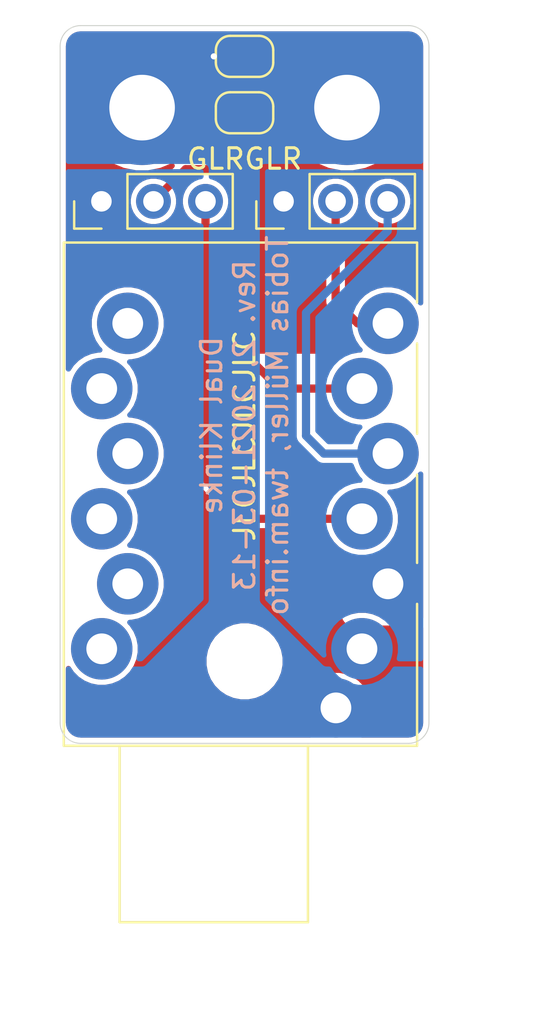
<source format=kicad_pcb>
(kicad_pcb (version 20211014) (generator pcbnew)
  (layers (0 "F.Cu" signal) (31 "B.Cu" signal) (34 "B.Paste" user) (35 "F.Paste" user) (36 "B.SilkS" user "B.Silkscreen") (37 "F.SilkS" user "F.Silkscreen") (38 "B.Mask" user) (39 "F.Mask" user) (44 "Edge.Cuts" user))
  (net 0 "")
  (net 1 "Earth")
  (net 2 "Net-(J1-PadRN2)")
  (net 3 "Net-(J1-PadRN1)")
  (net 4 "Net-(J1-PadSN2)")
  (net 5 "Net-(J1-PadSN1)")
  (net 6 "Net-(J1-PadTN2)")
  (net 7 "Net-(J1-PadTN1)")
  (net 8 "/RIGHT2")
  (net 9 "/RIGHT1")
  (net 10 "/GND2")
  (net 11 "/GND1")
  (net 12 "/LEFT2")
  (net 13 "/LEFT1")
  (footprint "Connector_PinHeader_2.54mm:PinHeader_1x03_P2.54mm_Vertical" (layer "F.Cu") (at 151.905 88.57 90)
    (fp_text reference "J2" hide)
    (fp_text value "Conn_01x03")
    (fp_line (start 1.33 1.27) (end 1.33 6.41) (layer "F.SilkS") (width 0.12))
    (fp_line (start -1.33 0) (end -1.33 -1.33) (layer "F.SilkS") (width 0.12))
    (fp_line (start -1.33 6.41) (end 1.33 6.41) (layer "F.SilkS") (width 0.12))
    (fp_line (start -1.33 -1.33) (end 0 -1.33) (layer "F.SilkS") (width 0.12))
    (fp_line (start -1.33 1.27) (end -1.33 6.41) (layer "F.SilkS") (width 0.12))
    (fp_line (start -1.33 1.27) (end 1.33 1.27) (layer "F.SilkS") (width 0.12))
    (pad "1" thru_hole rect locked (at 0 0 90) (size 1.7 1.7) (drill 1) (layers *.Cu *.Mask) (net 11 "/GND1"))
    (pad "2" thru_hole oval locked (at 0 2.54 90) (size 1.7 1.7) (drill 1) (layers *.Cu *.Mask) (net 13 "/LEFT1"))
    (pad "3" thru_hole oval locked (at 0 5.08 90) (size 1.7 1.7) (drill 1) (layers *.Cu *.Mask) (net 9 "/RIGHT1"))
  )
  (footprint "Connector_PinHeader_2.54mm:PinHeader_1x03_P2.54mm_Vertical" (layer "F.Cu") (at 143.015 88.57 90)
    (fp_text reference "J3" hide)
    (fp_text value "Conn_01x03")
    (fp_line (start 1.33 1.27) (end 1.33 6.41) (layer "F.SilkS") (width 0.12))
    (fp_line (start -1.33 6.41) (end 1.33 6.41) (layer "F.SilkS") (width 0.12))
    (fp_line (start -1.33 0) (end -1.33 -1.33) (layer "F.SilkS") (width 0.12))
    (fp_line (start -1.33 -1.33) (end 0 -1.33) (layer "F.SilkS") (width 0.12))
    (fp_line (start -1.33 1.27) (end 1.33 1.27) (layer "F.SilkS") (width 0.12))
    (fp_line (start -1.33 1.27) (end -1.33 6.41) (layer "F.SilkS") (width 0.12))
    (pad "1" thru_hole rect locked (at 0 0 90) (size 1.7 1.7) (drill 1) (layers *.Cu *.Mask) (net 10 "/GND2"))
    (pad "2" thru_hole oval locked (at 0 2.54 90) (size 1.7 1.7) (drill 1) (layers *.Cu *.Mask) (net 12 "/LEFT2"))
    (pad "3" thru_hole oval locked (at 0 5.08 90) (size 1.7 1.7) (drill 1) (layers *.Cu *.Mask) (net 8 "/RIGHT2"))
  )
  (footprint "MountingHole:MountingHole_3.2mm_M3_DIN965_Pad" (layer "F.Cu") (at 155 84)
    (fp_text reference "H2" hide)
    (fp_text value "MountingHole_Pad")
    (pad "1" thru_hole circle locked (at 0 0) (size 5.6 5.6) (drill 3.2) (layers *.Cu *.Mask) (net 1 "Earth"))
  )
  (footprint "Connector_Audio:Jack_6.35mm_Neutrik_NSJ12HF-1_Horizontal" (layer "F.Cu") (at 157 94.52 -90)
    (fp_text reference "J1" hide)
    (fp_text value "AudioJack3_Dual_Ground_Switch")
    (fp_line (start -3.94 -1.42) (end -1.02 -1.42) (layer "F.SilkS") (width 0.12))
    (fp_line (start 29.2 13.095) (end 29.2 3.905) (layer "F.SilkS") (width 0.12))
    (fp_line (start 0.98 -1.42) (end 5.38 -1.42) (layer "F.SilkS") (width 0.12))
    (fp_line (start -3.94 15.82) (end 20.6 15.82) (layer "F.SilkS") (width 0.12))
    (fp_line (start 13.68 -1.42) (end 20.6 -1.42) (layer "F.SilkS") (width 0.12))
    (fp_line (start -3.94 15.82) (end -3.94 -1.42) (layer "F.SilkS") (width 0.12))
    (fp_line (start 29.2 13.095) (end 20.6 13.095) (layer "F.SilkS") (width 0.12))
    (fp_line (start 29.2 3.905) (end 20.6 3.905) (layer "F.SilkS") (width 0.12))
    (fp_line (start 7.38 -1.42) (end 11.68 -1.42) (layer "F.SilkS") (width 0.12))
    (fp_line (start 20.6 -1.42) (end 20.6 15.82) (layer "F.SilkS") (width 0.12))
    (pad "G" thru_hole circle locked (at 18.75 2.54 270) (size 2.9 2.9) (drill 1.5) (layers *.Cu *.Mask) (net 1 "Earth"))
    (pad "R1" thru_hole circle locked (at 6.35 0 270) (size 3 3) (drill 1.5) (layers *.Cu *.Mask) (net 9 "/RIGHT1"))
    (pad "R2" thru_hole circle locked (at 9.53 1.27 270) (size 3 3) (drill 1.5) (layers *.Cu *.Mask) (net 8 "/RIGHT2"))
    (pad "RN1" thru_hole circle locked (at 6.35 12.7 270) (size 3 3) (drill 1.5) (layers *.Cu *.Mask) (net 3 "Net-(J1-PadRN1)"))
    (pad "RN2" thru_hole circle locked (at 9.53 13.97 270) (size 3 3) (drill 1.5) (layers *.Cu *.Mask) (net 2 "Net-(J1-PadRN2)"))
    (pad "S1" thru_hole circle locked (at 12.7 0 270) (size 3 3) (drill 1.5) (layers *.Cu *.Mask) (net 11 "/GND1"))
    (pad "S2" thru_hole circle locked (at 15.87 1.27 270) (size 3 3) (drill 1.5) (layers *.Cu *.Mask) (net 10 "/GND2"))
    (pad "SN1" thru_hole circle locked (at 12.7 12.7 270) (size 3 3) (drill 1.5) (layers *.Cu *.Mask) (net 5 "Net-(J1-PadSN1)"))
    (pad "SN2" thru_hole circle locked (at 15.87 13.97 270) (size 3 3) (drill 1.5) (layers *.Cu *.Mask) (net 4 "Net-(J1-PadSN2)"))
    (pad "T1" thru_hole circle locked (at 0 0 270) (size 3 3) (drill 1.5) (layers *.Cu *.Mask) (net 13 "/LEFT1"))
    (pad "T2" thru_hole circle locked (at 3.18 1.27 270) (size 3 3) (drill 1.5) (layers *.Cu *.Mask) (net 12 "/LEFT2"))
    (pad "TN1" thru_hole circle locked (at 0 12.7 270) (size 3 3) (drill 1.5) (layers *.Cu *.Mask) (net 7 "Net-(J1-PadTN1)"))
    (pad "TN2" thru_hole circle locked (at 3.18 13.97 270) (size 3 3) (drill 1.5) (layers *.Cu *.Mask) (net 6 "Net-(J1-PadTN2)"))
  )
  (footprint "Jumper:SolderJumper-2_P1.3mm_Open_RoundedPad1.0x1.5mm" (layer "F.Cu") (at 150 81.5 180)
    (fp_text reference "JP1" hide)
    (fp_text value "Jumper_2_Open")
    (fp_line (start 1.4 -0.3) (end 1.4 0.3) (layer "F.SilkS") (width 0.12))
    (fp_line (start -0.7 -1) (end 0.7 -1) (layer "F.SilkS") (width 0.12))
    (fp_line (start -1.4 0.3) (end -1.4 -0.3) (layer "F.SilkS") (width 0.12))
    (fp_line (start 0.7 1) (end -0.7 1) (layer "F.SilkS") (width 0.12))
    (fp_arc (start 1.4 0.3) (mid 1.194975 0.794975) (end 0.7 1) (layer "F.SilkS") (width 0.12))
    (fp_arc (start 0.7 -1) (mid 1.194975 -0.794975) (end 1.4 -0.3) (layer "F.SilkS") (width 0.12))
    (fp_arc (start -1.4 -0.3) (mid -1.194975 -0.794975) (end -0.7 -1) (layer "F.SilkS") (width 0.12))
    (fp_arc (start -0.7 1) (mid -1.194975 0.794975) (end -1.4 0.3) (layer "F.SilkS") (width 0.12))
    (pad "1" smd custom locked (at -0.65 0 180) (size 1 0.5) (layers "F.Cu" "F.Mask") (net 11 "/GND1") (options (clearance outline) (anchor rect)) (primitives (gr_circle (center 0 0.25) (end 0.5 0.25) (width 0) (fill yes)) (gr_circle (center 0 -0.25) (end 0.5 -0.25) (width 0) (fill yes)) (gr_poly (pts (xy 0.5 0.75) (xy 0 0.75) (xy 0 -0.75) (xy 0.5 -0.75)) (width 0) (fill yes))))
    (pad "2" smd custom locked (at 0.65 0 180) (size 1 0.5) (layers "F.Cu" "F.Mask") (net 1 "Earth") (options (clearance outline) (anchor rect)) (primitives (gr_circle (center 0 0.25) (end 0.5 0.25) (width 0) (fill yes)) (gr_circle (center 0 -0.25) (end 0.5 -0.25) (width 0) (fill yes)) (gr_poly (pts (xy 0 0.75) (xy -0.5 0.75) (xy -0.5 -0.75) (xy 0 -0.75)) (width 0) (fill yes))))
  )
  (footprint "Jumper:SolderJumper-2_P1.3mm_Open_RoundedPad1.0x1.5mm" (layer "F.Cu") (at 150 84.25 180)
    (fp_text reference "JP2" hide)
    (fp_text value "Jumper_2_Bridged")
    (fp_line (start 0.7 1) (end -0.7 1) (layer "F.SilkS") (width 0.12))
    (fp_line (start -0.7 -1) (end 0.7 -1) (layer "F.SilkS") (width 0.12))
    (fp_line (start 1.4 -0.3) (end 1.4 0.3) (layer "F.SilkS") (width 0.12))
    (fp_line (start -1.4 0.3) (end -1.4 -0.3) (layer "F.SilkS") (width 0.12))
    (fp_arc (start 0.7 -1) (mid 1.194975 -0.794975) (end 1.4 -0.3) (layer "F.SilkS") (width 0.12))
    (fp_arc (start -1.4 -0.3) (mid -1.194975 -0.794975) (end -0.7 -1) (layer "F.SilkS") (width 0.12))
    (fp_arc (start -0.7 1) (mid -1.194975 0.794975) (end -1.4 0.3) (layer "F.SilkS") (width 0.12))
    (fp_arc (start 1.4 0.3) (mid 1.194975 0.794975) (end 0.7 1) (layer "F.SilkS") (width 0.12))
    (pad "1" smd custom locked (at -0.65 0 180) (size 1 0.5) (layers "F.Cu" "F.Mask") (net 11 "/GND1") (options (clearance outline) (anchor rect)) (primitives (gr_circle (center 0 0.25) (end 0.5 0.25) (width 0) (fill yes)) (gr_circle (center 0 -0.25) (end 0.5 -0.25) (width 0) (fill yes)) (gr_poly (pts (xy 0.5 0.75) (xy 0 0.75) (xy 0 -0.75) (xy 0.5 -0.75)) (width 0) (fill yes))))
    (pad "2" smd custom locked (at 0.65 0 180) (size 1 0.5) (layers "F.Cu" "F.Mask") (net 10 "/GND2") (options (clearance outline) (anchor rect)) (primitives (gr_circle (center 0 0.25) (end 0.5 0.25) (width 0) (fill yes)) (gr_circle (center 0 -0.25) (end 0.5 -0.25) (width 0) (fill yes)) (gr_poly (pts (xy 0 0.75) (xy -0.5 0.75) (xy -0.5 -0.75) (xy 0 -0.75)) (width 0) (fill yes))))
  )
  (footprint "MountingHole:MountingHole_3.2mm_M3_DIN965_Pad" (layer "F.Cu") (at 145 84)
    (fp_text reference "H1" hide)
    (fp_text value "MountingHole_Pad")
    (pad "1" thru_hole circle locked (at 0 0) (size 5.6 5.6) (drill 3.2) (layers *.Cu *.Mask) (net 1 "Earth"))
  )
  (footprint "MountingHole:MountingHole_3.2mm_M3_DIN965" (layer "F.Cu") (at 150 111)
    (fp_text reference "H3" hide)
    (fp_text value "MountingHole")
    (pad "" np_thru_hole circle locked (at 0 0) (size 3.2 3.2) (drill 3.2) (layers *.Cu *.Mask))
  )
  (gr_line (start 142 115) (end 158 115) (layer "Edge.Cuts") (width 0.05))
  (gr_arc (start 142 115) (mid 141.292893 114.707107) (end 141 114) (layer "Edge.Cuts") (width 0.05))
  (gr_line (start 159 114) (end 159 81) (layer "Edge.Cuts") (width 0.05))
  (gr_arc (start 159 114) (mid 158.707107 114.707107) (end 158 115) (layer "Edge.Cuts") (width 0.05))
  (gr_arc (start 158 80) (mid 158.707107 80.292893) (end 159 81) (layer "Edge.Cuts") (width 0.05))
  (gr_arc (start 141 81) (mid 141.292893 80.292893) (end 142 80) (layer "Edge.Cuts") (width 0.05))
  (gr_line (start 158 80) (end 142 80) (layer "Edge.Cuts") (width 0.05))
  (gr_line (start 141 81) (end 141 114) (layer "Edge.Cuts") (width 0.05))
  (gr_text "Dual Klinke\nRev. 2, 2021-03-13\nTobias Müller, twam.info" (at 150 99.5 90) (layer "B.SilkS") (effects (font (size 1 1)) (justify mirror)))
  (gr_text "JLCJLCJLCJLC" (at 150 100 90) (layer "F.SilkS") (effects (font (size 1 1))))
  (gr_text "GLRGLR" (at 150 86.5) (layer "F.SilkS") (effects (font (size 1 1))))
  (segment (start 149.35 81.5) (end 148.5 81.5) (width 0.4) (layer "F.Cu") (net 1))
  (via (at 148.5 81.5) (size 0.6) (drill 0.3) (layers "F.Cu" "B.Cu") (net 1))
  (segment (start 148.095 102.095) (end 148.095 88.57) (width 0.4) (layer "F.Cu") (net 8))
  (segment (start 150.05 104.05) (end 148.095 102.095) (width 0.4) (layer "F.Cu") (net 8))
  (segment (start 155.73 104.05) (end 150.05 104.05) (width 0.4) (layer "F.Cu") (net 8))
  (segment (start 157 100.87) (end 153.87 100.87) (width 0.4) (layer "B.Cu") (net 9))
  (segment (start 153.87 100.87) (end 153 100) (width 0.4) (layer "B.Cu") (net 9))
  (segment (start 156.985 90.015) (end 153 94) (width 0.4) (layer "B.Cu") (net 9))
  (segment (start 153 100) (end 153 94) (width 0.4) (layer "B.Cu") (net 9))
  (segment (start 156.985 88.57) (end 156.985 90.015) (width 0.4) (layer "B.Cu") (net 9))
  (segment (start 150 88) (end 149 87) (width 0.4) (layer "F.Cu") (net 12))
  (segment (start 155.73 97.7) (end 151.7 97.7) (width 0.4) (layer "F.Cu") (net 12))
  (segment (start 149 87) (end 147.125 87) (width 0.4) (layer "F.Cu") (net 12))
  (segment (start 150 96) (end 150 88) (width 0.4) (layer "F.Cu") (net 12))
  (segment (start 151.7 97.7) (end 150 96) (width 0.4) (layer "F.Cu") (net 12))
  (segment (start 147.125 87) (end 145.555 88.57) (width 0.4) (layer "F.Cu") (net 12))
  (segment (start 157 94.52) (end 155.52 94.52) (width 0.4) (layer "F.Cu") (net 13))
  (segment (start 154.445 93.445) (end 154.445 88.57) (width 0.4) (layer "F.Cu") (net 13))
  (segment (start 155.52 94.52) (end 154.445 93.445) (width 0.4) (layer "F.Cu") (net 13))
  (zone (net 10) (net_name "/GND2") (layer "F.Cu") (connect_pads yes (clearance 0.254)) (min_thickness 0.254) (fill yes (thermal_gap 0.508) (thermal_bridge_width 0.508) (smoothing fillet) (radius 0.254))
    (polygon (pts (xy 159 115) (xy 141 115) (xy 141 80) (xy 159 80)))
  )
  (zone (net 11) (net_name "/GND1") (layer "F.Cu") (priority 1) (connect_pads yes (clearance 0.254)) (min_thickness 0.254) (fill yes (thermal_gap 0.508) (thermal_bridge_width 0.508) (smoothing fillet) (radius 0.254))
    (polygon (pts (xy 159 109) (xy 155 109) (xy 155 106) (xy 157 106) (xy 157 103) (xy 154 103) (xy 154 99) (xy 157 99) (xy 157 96) (xy 150.25 96) (xy 150.25 80) (xy 159 80)))
  )
  (zone (net 1) (net_name "Earth") (layer "B.Cu") (connect_pads yes (clearance 0.254)) (min_thickness 0.254) (fill yes (thermal_gap 0.508) (thermal_bridge_width 0.508))
    (polygon (pts (xy 159 115) (xy 141 115) (xy 141 80) (xy 159 80)))
  )
  (zone (net 10) (net_name "/GND2") (layer "B.Cu") (priority 1) (connect_pads yes (clearance 0.254)) (min_thickness 0.254) (fill yes (thermal_gap 0.508) (thermal_bridge_width 0.508))
    (polygon (pts (xy 148 108) (xy 145 111) (xy 141.5 111) (xy 141 87) (xy 148 87)))
  )
  (zone (net 11) (net_name "/GND1") (layer "B.Cu") (priority 2) (connect_pads yes (clearance 0.254)) (min_thickness 0.254) (fill yes (thermal_gap 0.508) (thermal_bridge_width 0.508))
    (polygon (pts (xy 159 111) (xy 154 111) (xy 151 108) (xy 151 87) (xy 159 87)))
  )
)
</source>
